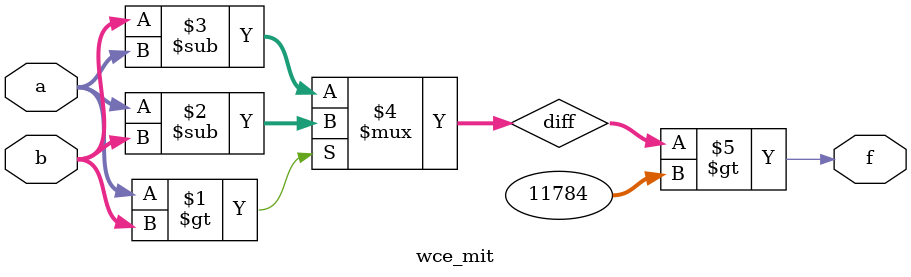
<source format=v>
module wce_mit(a, b, f);
parameter _bit = 16;
parameter wce = 11784;
input [_bit - 1: 0] a;
input [_bit - 1: 0] b;
output f;
wire [_bit - 1: 0] diff;
assign diff = (a > b)? (a - b): (b - a);
assign f = (diff > wce);
endmodule

</source>
